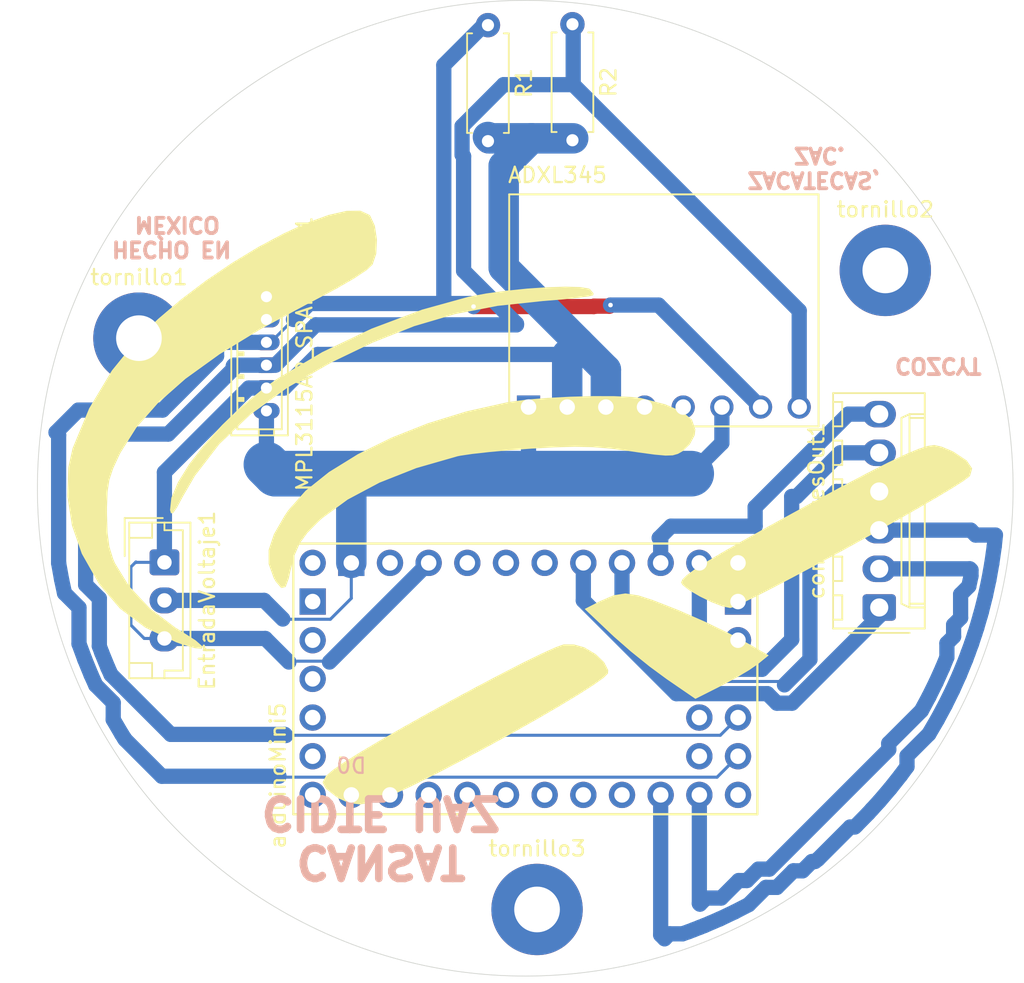
<source format=kicad_pcb>
(kicad_pcb (version 20240108) (generator "pcbnew") (generator_version "8.0")
  (layers (0 "F.Cu" signal) (31 "B.Cu" signal) (34 "B.Paste" user) (35 "F.Paste" user) (36 "B.SilkS" user "B.Silkscreen") (37 "F.SilkS" user "F.Silkscreen") (38 "B.Mask" user) (39 "F.Mask" user) (44 "Edge.Cuts" user))
  (net 0 "")
  (net 1 "+3.3V")
  (net 2 "GND")
  (net 3 "Net-(ADXL345-SCL)")
  (net 4 "Net-(ADXL345-SDA)")
  (net 7 "sckRadio")
  (net 9 "pata2tmp36gz")
  (net 11 "csnRadio")
  (net 21 "ceRadio")
  (net 23 "mosiRadio")
  (net 25 "misoRadio")
  (footprint "arduino-library:Arduino_Mini_Socket" (layer "F.Cu") (at 172.72 115.57 90)
    (property "Reference" "arduinoMini5" (at 2.54 -31.496 90) (layer "F.SilkS"))
    (property "Value" "Arduino_101_Shield")
    (fp_line (start 17.78 -30.48) (end 17.78 0) (stroke (width 0.15)) (layer "F.SilkS"))
    (fp_line (start 0 -30.48) (end 17.78 -30.48) (stroke (width 0.15)) (layer "F.SilkS"))
    (fp_line (start 17.78 0) (end 0 0) (stroke (width 0.15)) (layer "F.SilkS"))
    (fp_line (start 0 0) (end 0 -30.48) (stroke (width 0.15)) (layer "F.SilkS"))
    (fp_text user "D0" (at 3.175 -26.67 0) (layer "B.SilkS") (effects (justify mirror)))
    (fp_text user "D0" (at 3.175 -26.67 0) (layer "F.SilkS"))
    (pad "5V1" thru_hole circle (at 16.51 -21.59 90) (size 1.7272 1.7272) (drill 1.016) (layers "*.Cu" "*.Mask") (net 1 "+3.3V"))
    (pad "5V2" thru_hole circle (at 11.43 -29.21 90) (size 1.7272 1.7272) (drill 1.016) (layers "*.Cu" "*.Mask"))
    (pad "5V3" thru_hole circle (at 11.43 -1.27 90) (size 1.7272 1.7272) (drill 1.016) (layers "*.Cu" "*.Mask"))
    (pad "A0" thru_hole circle (at 16.51 -11.43 90) (size 1.7272 1.7272) (drill 1.016) (layers "*.Cu" "*.Mask") (net 9 "pata2tmp36gz"))
    (pad "A1" thru_hole circle (at 16.51 -13.97 90) (size 1.7272 1.7272) (drill 1.016) (layers "*.Cu" "*.Mask"))
    (pad "A2" thru_hole circle (at 16.51 -16.51 90) (size 1.7272 1.7272) (drill 1.016) (layers "*.Cu" "*.Mask"))
    (pad "A3" thru_hole circle (at 16.51 -19.05 90) (size 1.7272 1.7272) (drill 1.016) (layers "*.Cu" "*.Mask"))
    (pad "A4" thru_hole circle (at 3.81 -1.27 90) (size 1.7272 1.7272) (drill 1.016) (layers "*.Cu" "*.Mask") (net 4 "Net-(ADXL345-SDA)"))
    (pad "A5" thru_hole circle (at 6.35 -1.27 90) (size 1.7272 1.7272) (drill 1.016) (layers "*.Cu" "*.Mask") (net 3 "Net-(ADXL345-SCL)"))
    (pad "A6" thru_hole circle (at 3.81 -3.81 90) (size 1.7272 1.7272) (drill 1.016) (layers "*.Cu" "*.Mask"))
    (pad "A7" thru_hole circle (at 6.35 -3.81 90) (size 1.7272 1.7272) (drill 1.016) (layers "*.Cu" "*.Mask"))
    (pad "D0" thru_hole circle (at 1.27 -26.67 90) (size 1.7272 1.7272) (drill 1.016) (layers "*.Cu" "*.Mask"))
    (pad "D1" thru_hole circle (at 1.27 -29.21 90) (size 1.7272 1.7272) (drill 1.016) (layers "*.Cu" "*.Mask"))
    (pad "D2" thru_hole circle (at 1.27 -19.05 90) (size 1.7272 1.7272) (drill 1.016) (layers "*.Cu" "*.Mask"))
    (pad "D3" thru_hole circle (at 1.27 -16.51 90) (size 1.7272 1.7272) (drill 1.016) (layers "*.Cu" "*.Mask"))
    (pad "D4" thru_hole circle (at 1.27 -13.97 90) (size 1.7272 1.7272) (drill 1.016) (layers "*.Cu" "*.Mask"))
    (pad "D5" thru_hole circle (at 1.27 -11.43 90) (size 1.7272 1.7272) (drill 1.016) (layers "*.Cu" "*.Mask"))
    (pad "D6" thru_hole circle (at 1.27 -8.89 90) (size 1.7272 1.7272) (drill 1.016) (layers "*.Cu" "*.Mask"))
    (pad "D7" thru_hole circle (at 1.27 -6.35 90) (size 1.7272 1.7272) (drill 1.016) (layers "*.Cu" "*.Mask") (net 11 "csnRadio"))
    (pad "D8" thru_hole circle (at 1.27 -3.81 90) (size 1.7272 1.7272) (drill 1.016) (layers "*.Cu" "*.Mask") (net 21 "ceRadio"))
    (pad "D9" thru_hole circle (at 1.27 -1.27 90) (size 1.7272 1.7272) (drill 1.016) (layers "*.Cu" "*.Mask"))
    (pad "D10" thru_hole circle (at 16.51 -1.27 90) (size 1.7272 1.7272) (drill 1.016) (layers "*.Cu" "*.Mask"))
    (pad "D11" thru_hole circle (at 16.51 -3.81 90) (size 1.7272 1.7272) (drill 1.016) (layers "*.Cu" "*.Mask") (net 23 "mosiRadio"))
    (pad "D12" thru_hole circle (at 16.51 -6.35 90) (size 1.7272 1.7272) (drill 1.016) (layers "*.Cu" "*.Mask") (net 25 "misoRadio"))
    (pad "D13" thru_hole circle (at 16.51 -8.89 90) (size 1.7272 1.7272) (drill 1.016) (layers "*.Cu" "*.Mask") (net 7 "sckRadio"))
    (pad "GND2" thru_hole rect (at 16.51 -26.67 90) (size 1.7272 1.7272) (drill 1.016) (layers "*.Cu" "*.Mask") (net 2 "GND"))
    (pad "GND3" thru_hole rect (at 13.97 -29.21 90) (size 1.7272 1.7272) (drill 1.016) (layers "*.Cu" "*.Mask"))
    (pad "GND4" thru_hole rect (at 13.97 -1.27 90) (size 1.7272 1.7272) (drill 1.016) (layers "*.Cu" "*.Mask"))
    (pad "L0" thru_hole circle (at 1.27 -24.13 90) (size 1.7272 1.7272) (drill 1.016) (layers "*.Cu" "*.Mask"))
    (pad "L1" thru_hole circle (at 1.27 -21.59 90) (size 1.7272 1.7272) (drill 1.016) (layers "*.Cu" "*.Mask"))
    (pad "L2" thru_hole circle (at 3.81 -29.21 90) (size 1.7272 1.7272) (drill 1.016) (layers "*.Cu" "*.Mask"))
    (pad "RST2" thru_hole circle (at 16.51 -24.13 90) (size 1.7272 1.7272) (drill 1.016) (layers "*.Cu" "*.Mask"))
    (pad "RX" thru_hole circle (at 8.89 -29.21 90) (size 1.7272 1.7272) (drill 1.016) (layers "*.Cu" "*.Mask"))
    (pad "TX" thru_hole circle (at 6.35 -29.21 90) (size 1.7272 1.7272) (drill 1.016) (layers "*.Cu" "*.Mask"))
    (pad "VIN" thru_hole circle (at 16.51 -29.21 90) (size 1.7272 1.7272) (drill 1.016) (layers "*.Cu" "*.Mask"))
  )
  (footprint "Connector_JST:JST_ZH_B6B-ZR_1x06_P1.50mm_Vertical" (layer "F.Cu") (at 140.475 81.575 -90)
    (property "Reference" "MPL3115A2_SPARKFUN1" (at 3.75 -2.5 -90) (layer "F.SilkS"))
    (property "Value" "Conn_01x06_Socket")
    (fp_line (start -1.61 2.31) (end 9.11 2.31) (stroke (width 0.12)) (layer "F.SilkS"))
    (fp_line (start 9.11 2.31) (end 9.11 -1.41) (stroke (width 0.12)) (layer "F.SilkS"))
    (fp_line (start -1.21 1.91) (end 8.71 1.91) (stroke (width 0.12)) (layer "F.SilkS"))
    (fp_line (start 0.65 1.91) (end 0.65 1.51) (stroke (width 0.12)) (layer "F.SilkS"))
    (fp_line (start 0.75 1.91) (end 0.75 1.51) (stroke (width 0.12)) (layer "F.SilkS"))
    (fp_line (start 2.15 1.91) (end 2.15 1.51) (stroke (width 0.12)) (layer "F.SilkS"))
    (fp_line (start 2.25 1.91) (end 2.25 1.51) (stroke (width 0.12)) (layer "F.SilkS"))
    (fp_line (start 3.65 1.91) (end 3.65 1.51) (stroke (width 0.12)) (layer "F.SilkS"))
    (fp_line (start 3.75 1.91) (end 3.75 1.51) (stroke (width 0.12)) (layer "F.SilkS"))
    (fp_line (start 5.15 1.91) (end 5.15 1.51) (stroke (width 0.12)) (layer "F.SilkS"))
    (fp_line (start 5.25 1.91) (end 5.25 1.51) (stroke (width 0.12)) (layer "F.SilkS"))
    (fp_line (start 6.65 1.91) (end 6.65 1.51) (stroke (width 0.12)) (layer "F.SilkS"))
    (fp_line (start 6.75 1.91) (end 6.75 1.51) (stroke (width 0.12)) (layer "F.SilkS"))
    (fp_line (start 8.71 1.91) (end 8.71 -1.01) (stroke (width 0.12)) (layer "F.SilkS"))
    (fp_line (start 0.65 1.51) (end 0.85 1.51) (stroke (width 0.12)) (layer "F.SilkS"))
    (fp_line (start 0.85 1.51) (end 0.85 1.91) (stroke (width 0.12)) (layer "F.SilkS"))
    (fp_line (start 2.15 1.51) (end 2.35 1.51) (stroke (width 0.12)) (layer "F.SilkS"))
    (fp_line (start 2.35 1.51) (end 2.35 1.91) (stroke (width 0.12)) (layer "F.SilkS"))
    (fp_line (start 3.65 1.51) (end 3.85 1.51) (stroke (width 0.12)) (layer "F.SilkS"))
    (fp_line (start 3.85 1.51) (end 3.85 1.91) (stroke (width 0.12)) (layer "F.SilkS"))
    (fp_line (start 5.15 1.51) (end 5.35 1.51) (stroke (width 0.12)) (layer "F.SilkS"))
    (fp_line (start 5.35 1.51) (end 5.35 1.91) (stroke (width 0.12)) (layer "F.SilkS"))
    (fp_line (start 6.65 1.51) (end 6.85 1.51) (stroke (width 0.12)) (layer "F.SilkS"))
    (fp_line (start 6.85 1.51) (end 6.85 1.91) (stroke (width 0.12)) (layer "F.SilkS"))
    (fp_line (start -1.61 0.5) (end -1.21 0.5) (stroke (width 0.12)) (layer "F.SilkS"))
    (fp_line (start 9.11 0.5) (end 8.71 0.5) (stroke (width 0.12)) (layer "F.SilkS"))
    (fp_line (start -1.61 -0.5) (end -1.21 -0.5) (stroke (width 0.12)) (layer "F.SilkS"))
    (fp_line (start 9.11 -0.5) (end 8.71 -0.5) (stroke (width 0.12)) (layer "F.SilkS"))
    (fp_line (start -1.21 -1.01) (end -1.21 1.91) (stroke (width 0.12)) (layer "F.SilkS"))
    (fp_line (start 8.71 -1.01) (end -1.21 -1.01) (stroke (width 0.12)) (layer "F.SilkS"))
    (fp_line (start -1.61 -1.41) (end -1.61 2.31) (stroke (width 0.12)) (layer "F.SilkS"))
    (fp_line (start -0.3 -1.41) (end -0.3 -1.61) (stroke (width 0.12)) (layer "F.SilkS"))
    (fp_line (start 9.11 -1.41) (end -1.61 -1.41) (stroke (width 0.12)) (layer "F.SilkS"))
    (fp_line (start -0.3 -1.51) (end -0.6 -1.51) (stroke (width 0.12)) (layer "F.SilkS"))
    (fp_line (start -1.81 -1.61) (end -1.81 -0.81) (stroke (width 0.12)) (layer "F.SilkS"))
    (fp_line (start -1.01 -1.61) (end -1.81 -1.61) (stroke (width 0.12)) (layer "F.SilkS"))
    (fp_line (start -0.6 -1.61) (end -0.6 -1.41) (stroke (width 0.12)) (layer "F.SilkS"))
    (fp_line (start -0.3 -1.61) (end -0.6 -1.61) (stroke (width 0.12)) (layer "F.SilkS"))
    (pad "1" thru_hole roundrect (at 0 0 270) (size 1.03 1.73) (drill 0.73) (layers "*.Cu" "*.Mask") (roundrect_rratio 0.242718))
    (pad "2" thru_hole oval (at 1.5 0 270) (size 1.03 1.73) (drill 0.73) (layers "*.Cu" "*.Mask"))
    (pad "3" thru_hole oval (at 3 0 270) (size 1.03 1.73) (drill 0.73) (layers "*.Cu" "*.Mask") (net 4 "Net-(ADXL345-SDA)"))
    (pad "4" thru_hole oval (at 4.5 0 270) (size 1.03 1.73) (drill 0.73) (layers "*.Cu" "*.Mask") (net 3 "Net-(ADXL345-SCL)"))
    (pad "5" thru_hole oval (at 6 0 270) (size 1.03 1.73) (drill 0.73) (layers "*.Cu" "*.Mask") (net 1 "+3.3V"))
    (pad "6" thru_hole oval (at 7.5 0 270) (size 1.03 1.73) (drill 0.73) (layers "*.Cu" "*.Mask") (net 2 "GND"))
  )
  (footprint "MountingHole:MountingHole_3mm_Pad" (layer "F.Cu") (at 181.125 79.85)
    (property "Reference" "tornillo2" (at 0 -4 0) (layer "F.SilkS"))
    (property "Value" "MountingHole_3mm_Pad")
    (pad "2" thru_hole circle (at 0 0) (size 6 6) (drill 3) (layers "*.Cu" "*.Mask"))
  )
  (footprint "adxl345:MODULE_SEN-09836" (layer "F.Cu") (at 166.58 82.475)
    (property "Reference" "ADXL345" (at -6.985 -8.885 0) (layer "F.SilkS"))
    (property "Value" "SEN-09836")
    (fp_line (start -10.16 -7.62) (end -10.16 7.62) (stroke (width 0.127)) (layer "F.SilkS"))
    (fp_line (start -10.16 7.62) (end 10.16 7.62) (stroke (width 0.127)) (layer "F.SilkS"))
    (fp_line (start 10.16 -7.62) (end -10.16 -7.62) (stroke (width 0.127)) (layer "F.SilkS"))
    (fp_line (start 10.16 7.62) (end 10.16 -7.62) (stroke (width 0.127)) (layer "F.SilkS"))
    (fp_circle (center -8.89 8.25) (end -8.79 8.25) (stroke (width 0.2)) (fill none) (layer "F.SilkS"))
    (pad "" np_thru_hole circle (at -7.62 -5.08) (size 3.302 3.302) (drill 3.302) (layers "*.Cu" "*.Mask"))
    (pad "" np_thru_hole circle (at 7.62 -5.08) (size 3.302 3.302) (drill 3.302) (layers "*.Cu" "*.Mask"))
    (pad "1" thru_hole rect (at -8.89 6.35) (size 1.524 1.524) (drill 1.016) (layers "*.Cu" "*.Mask") (net 2 "GND"))
    (pad "2" thru_hole circle (at -6.35 6.35) (size 1.524 1.524) (drill 1.016) (layers "*.Cu" "*.Mask") (net 1 "+3.3V"))
    (pad "3" thru_hole circle (at -3.81 6.35) (size 1.524 1.524) (drill 1.016) (layers "*.Cu" "*.Mask") (net 1 "+3.3V"))
    (pad "4" thru_hole circle (at -1.27 6.35) (size 1.524 1.524) (drill 1.016) (layers "*.Cu" "*.Mask"))
    (pad "5" thru_hole circle (at 1.27 6.35) (size 1.524 1.524) (drill 1.016) (layers "*.Cu" "*.Mask"))
    (pad "6" thru_hole circle (at 3.81 6.35) (size 1.524 1.524) (drill 1.016) (layers "*.Cu" "*.Mask") (net 2 "GND"))
    (pad "7" thru_hole circle (at 6.35 6.35) (size 1.524 1.524) (drill 1.016) (layers "*.Cu" "*.Mask") (net 4 "Net-(ADXL345-SDA)"))
    (pad "8" thru_hole circle (at 8.89 6.35) (size 1.524 1.524) (drill 1.016) (layers "*.Cu" "*.Mask") (net 3 "Net-(ADXL345-SCL)"))
  )
  (footprint "Resistor_THT:R_Axial_DIN0207_L6.3mm_D2.5mm_P7.62mm_Horizontal" (layer "F.Cu") (at 155.025 63.74 -90)
    (property "Reference" "R1" (at 3.81 -2.37 90) (layer "F.SilkS"))
    (property "Value" "1k ohm")
    (fp_line (start 0.54 1.37) (end 7.08 1.37) (stroke (width 0.12)) (layer "F.SilkS"))
    (fp_line (start 7.08 1.37) (end 7.08 1.04) (stroke (width 0.12)) (layer "F.SilkS"))
    (fp_line (start 0.54 1.04) (end 0.54 1.37) (stroke (width 0.12)) (layer "F.SilkS"))
    (fp_line (start 0.54 -1.04) (end 0.54 -1.37) (stroke (width 0.12)) (layer "F.SilkS"))
    (fp_line (start 0.54 -1.37) (end 7.08 -1.37) (stroke (width 0.12)) (layer "F.SilkS"))
    (fp_line (start 7.08 -1.37) (end 7.08 -1.04) (stroke (width 0.12)) (layer "F.SilkS"))
    (pad "1" thru_hole circle (at 0 0 270) (size 1.6 1.6) (drill 0.8) (layers "*.Cu" "*.Mask") (net 4 "Net-(ADXL345-SDA)"))
    (pad "2" thru_hole oval (at 7.62 0 270) (size 1.6 1.6) (drill 0.8) (layers "*.Cu" "*.Mask") (net 1 "+3.3V"))
  )
  (footprint "MountingHole:MountingHole_3mm_Pad" (layer "F.Cu") (at 158.25 121.825)
    (property "Reference" "tornillo3" (at 0 -4 0) (layer "F.SilkS"))
    (property "Value" "MountingHole_3mm_Pad")
    (pad "3" thru_hole circle (at 0 0) (size 6 6) (drill 3) (layers "*.Cu" "*.Mask"))
  )
  (footprint "MountingHole:MountingHole_3mm_Pad" (layer "F.Cu") (at 132.1 84.3)
    (property "Reference" "tornillo1" (at 0 -4 0) (layer "F.SilkS"))
    (property "Value" "MountingHole_3mm_Pad")
    (pad "1" thru_hole circle (at 0 0) (size 6 6) (drill 3) (layers "*.Cu" "*.Mask"))
  )
  (footprint "Resistor_THT:R_Axial_DIN0207_L6.3mm_D2.5mm_P7.62mm_Horizontal" (layer "F.Cu") (at 160.575 63.68 -90)
    (property "Reference" "R2" (at 3.81 -2.37 90) (layer "F.SilkS"))
    (property "Value" "1k ohm")
    (fp_line (start 0.54 1.37) (end 7.08 1.37) (stroke (width 0.12)) (layer "F.SilkS"))
    (fp_line (start 7.08 1.37) (end 7.08 1.04) (stroke (width 0.12)) (layer "F.SilkS"))
    (fp_line (start 0.54 1.04) (end 0.54 1.37) (stroke (width 0.12)) (layer "F.SilkS"))
    (fp_line (start 0.54 -1.04) (end 0.54 -1.37) (stroke (width 0.12)) (layer "F.SilkS"))
    (fp_line (start 0.54 -1.37) (end 7.08 -1.37) (stroke (width 0.12)) (layer "F.SilkS"))
    (fp_line (start 7.08 -1.37) (end 7.08 -1.04) (stroke (width 0.12)) (layer "F.SilkS"))
    (pad "1" thru_hole circle (at 0 0 270) (size 1.6 1.6) (drill 0.8) (layers "*.Cu" "*.Mask") (net 3 "Net-(ADXL345-SCL)"))
    (pad "2" thru_hole oval (at 7.62 0 270) (size 1.6 1.6) (drill 0.8) (layers "*.Cu" "*.Mask") (net 1 "+3.3V"))
  )
  (footprint "Connector_JST:JST_EH_B3B-EH-A_1x03_P2.50mm_Vertical" (layer "F.Cu") (at 133.775 99.025 -90)
    (property "Reference" "EntradaVoltaje1" (at 2.5 -2.8 90) (layer "F.SilkS"))
    (property "Value" "Conn_01x03_Pin")
    (fp_line (start -2.91 2.61) (end -0.41 2.61) (stroke (width 0.12)) (layer "F.SilkS"))
    (fp_line (start -2.61 2.31) (end 7.61 2.31) (stroke (width 0.12)) (layer "F.SilkS"))
    (fp_line (start 7.61 2.31) (end 7.61 -1.71) (stroke (width 0.12)) (layer "F.SilkS"))
    (fp_line (start -2.61 0.81) (end -1.61 0.81) (stroke (width 0.12)) (layer "F.SilkS"))
    (fp_line (start -1.61 0.81) (end -1.61 2.31) (stroke (width 0.12)) (layer "F.SilkS"))
    (fp_line (start 6.61 0.81) (end 6.61 2.31) (stroke (width 0.12)) (layer "F.SilkS"))
    (fp_line (start 7.61 0.81) (end 6.61 0.81) (stroke (width 0.12)) (layer "F.SilkS"))
    (fp_line (start -2.91 0.11) (end -2.91 2.61) (stroke (width 0.12)) (layer "F.SilkS"))
    (fp_line (start -2.61 0) (end -2.11 0) (stroke (width 0.12)) (layer "F.SilkS"))
    (fp_line (start -2.11 0) (end -2.11 -1.21) (stroke (width 0.12)) (layer "F.SilkS"))
    (fp_line (start 7.11 0) (end 7.61 0) (stroke (width 0.12)) (layer "F.SilkS"))
    (fp_line (start -2.11 -1.21) (end 7.11 -1.21) (stroke (width 0.12)) (layer "F.SilkS"))
    (fp_line (start 7.11 -1.21) (end 7.11 0) (stroke (width 0.12)) (layer "F.SilkS"))
    (fp_line (start -2.61 -1.71) (end -2.61 2.31) (stroke (width 0.12)) (layer "F.SilkS"))
    (fp_line (start 7.61 -1.71) (end -2.61 -1.71) (stroke (width 0.12)) (layer "F.SilkS"))
    (pad "1" thru_hole roundrect (at 0 0 270) (size 1.7 1.95) (drill 0.95) (layers "*.Cu" "*.Mask") (roundrect_rratio 0.147059) (net 1 "+3.3V"))
    (pad "2" thru_hole oval (at 2.5 0 270) (size 1.7 1.95) (drill 0.95) (layers "*.Cu" "*.Mask") (net 2 "GND"))
    (pad "3" thru_hole oval (at 5 0 270) (size 1.7 1.95) (drill 0.95) (layers "*.Cu" "*.Mask") (net 1 "+3.3V"))
  )
  (footprint "Images:cidteLogo" (layer "F.Cu") (at 157.25 95.3 180)
    (property "Reference" "G***" (hide yes))
    (property "Value" "LOGO" (hide yes))
    (fp_poly (pts (xy -9.502662 -11.389193) (xy -8.389718 -10.569948) (xy -7.162892 -9.581691) (xy -6.054737 -8.61322) (xy -5.865606 -8.436423) (xy -4.12768 -6.787551) (xy -5.166665 -6.257501) (xy -6.031105 -5.886258) (xy -6.797095 -5.766187) (xy -7.651826 -5.893927) (xy -8.591176 -6.196007) (xy -10.25021 -6.844684) (xy -12.006292 -7.612472) (xy -13.656618 -8.407101) (xy -14.803282 -9.022359) (xy -16.216561 -9.834105) (xy -15.516614 -10.401961) (xy -14.942741 -10.798065) (xy -14.096772 -11.30178) (xy -13.156671 -11.807433) (xy -13.10923 -11.831454) (xy -11.401794 -12.693093)) (fill solid) (layer "F.SilkS"))
    (fp_poly (pts (xy 11.333219 -19.545091) (xy 12.003637 -19.24348) (xy 12.208192 -19.112255) (xy 12.870029 -18.595515) (xy 13.088528 -18.178965) (xy 12.875038 -17.759563) (xy 12.401903 -17.353546) (xy 11.686465 -16.862207) (xy 10.640484 -16.209626) (xy 9.33325 -15.433504) (xy 7.834057 -14.571545) (xy 6.212196 -13.661452) (xy 4.53696 -12.740928) (xy 2.877641 -11.847675) (xy 1.303531 -11.019396) (xy -0.116077 -10.293795) (xy -1.311892 -9.708574) (xy -2.214621 -9.301437) (xy -2.743851 -9.112517) (xy -3.413383 -9.114431) (xy -4.108823 -9.308308) (xy -4.855798 -9.755372) (xy -5.412628 -10.294176) (xy -5.674082 -10.808066) (xy -5.658549 -11.026255) (xy -5.382329 -11.302773) (xy -4.722163 -11.773162) (xy -3.737041 -12.403584) (xy -2.485951 -13.1602) (xy -1.027884 -14.009171) (xy 0.578171 -14.91666) (xy 2.273226 -15.848828) (xy 3.99829 -16.771836) (xy 5.694374 -17.651846) (xy 7.230328 -18.419773) (xy 8.652843 -19.076409) (xy 9.749626 -19.474327) (xy 10.612483 -19.626297)) (fill solid) (layer "F.SilkS"))
    (fp_poly (pts (xy 23.107603 -0.292085) (xy 23.019488 0.519439) (xy 22.578 1.551621) (xy 21.837004 2.73841) (xy 20.850362 4.013754) (xy 19.671939 5.311603) (xy 18.355596 6.565905) (xy 16.955198 7.710609) (xy 16.07479 8.332068) (xy 13.10615 10.085836) (xy 9.870703 11.625441) (xy 6.542939 12.876128) (xy 3.505105 13.71739) (xy 2.353994 13.93381) (xy 1.037249 14.115316) (xy -0.340908 14.255291) (xy -1.67625 14.347119) (xy -2.864555 14.384184) (xy -3.801599 14.359869) (xy -4.383157 14.267559) (xy -4.475141 14.223979) (xy -4.711301 13.942119) (xy -4.686152 13.816871) (xy -4.391815 13.741303) (xy -3.700318 13.647111) (xy -2.71163 13.545762) (xy -1.525721 13.448724) (xy -1.394538 13.439302) (xy 1.594499 13.120969) (xy 4.367089 12.584636) (xy 7.062466 11.789946) (xy 9.81986 10.696547) (xy 12.482013 9.417369) (xy 15.398686 7.746268) (xy 17.851436 5.961791) (xy 19.866172 4.040618) (xy 21.468799 1.959426) (xy 22.237517 0.635476) (xy 22.652114 -0.132291) (xy 22.906661 -0.49568) (xy 23.047158 -0.503728)) (fill solid) (layer "F.SilkS"))
    (fp_poly (pts (xy -13.16128 -6.614528) (xy -12.447499 -6.336342) (xy -11.681822 -5.962199) (xy -11.005283 -5.565324) (xy -10.558915 -5.218945) (xy -10.458823 -5.049933) (xy -10.544754 -4.850016) (xy -10.825918 -4.572023) (xy -11.337374 -4.194422) (xy -12.114182 -3.695685) (xy -13.191401 -3.054281) (xy -14.60409 -2.24868) (xy -16.387309 -1.257352) (xy -18.576116 -0.058766) (xy -18.666455 -0.009554) (xy -20.839974 1.164891) (xy -22.623819 2.106446) (xy -24.05799 2.834067) (xy -25.182482 3.366708) (xy -26.037294 3.723325) (xy -26.662423 3.922873) (xy -27.093986 3.984314) (xy -27.588393 3.870807) (xy -28.253113 3.591168) (xy -28.379284 3.525855) (xy -29.223749 2.961441) (xy -29.579908 2.438223) (xy -29.444532 1.961469) (xy -29.380093 1.892796) (xy -28.981497 1.597482) (xy -28.220905 1.115557) (xy -27.16095 0.481401) (xy -25.864264 -0.270609) (xy -24.39348 -1.106095) (xy -22.81123 -1.990679) (xy -21.180146 -2.889984) (xy -19.562861 -3.769632) (xy -18.022007 -4.595245) (xy -16.620217 -5.332445) (xy -15.420123 -5.946855) (xy -14.484357 -6.404096) (xy -13.875553 -6.66979) (xy -13.682132 -6.723529)) (fill solid) (layer "F.SilkS"))
    (fp_poly (pts (xy 16.169957 -4.985672) (xy 16.30439 -4.743739) (xy 16.630602 -3.834295) (xy 16.631811 -2.910209) (xy 16.288205 -1.880949) (xy 15.579974 -0.655983) (xy 15.329423 -0.288185) (xy 14.21095 0.973013) (xy 12.665767 2.208094) (xy 10.765125 3.382275) (xy 8.580277 4.460776) (xy 6.182475 5.408812) (xy 3.642973 6.191604) (xy 1.033022 6.774368) (xy 0.765433 6.821236) (xy -0.336371 6.965169) (xy -1.698235 7.077732) (xy -3.191624 7.155361) (xy -4.688001 7.19449) (xy -6.058831 7.191554) (xy -7.175578 7.142985) (xy -7.844118 7.060074) (xy -9.420641 6.654673) (xy -10.523964 6.186369) (xy -11.176679 5.639491) (xy -11.401382 4.998369) (xy -11.356894 4.6238) (xy -11.033009 4.021744) (xy -10.563118 3.57464) (xy -10.252703 3.398332) (xy -9.91208 3.302356) (xy -9.435813 3.286564) (xy -8.718463 3.350806) (xy -7.654592 3.494933) (xy -7.143052 3.569801) (xy -5.847885 3.740556) (xy -4.687245 3.837518) (xy -3.498934 3.865018) (xy -2.120751 3.827384) (xy -0.622549 3.743855) (xy 0.794291 3.640767) (xy 2.128716 3.519925) (xy 3.256859 3.394194) (xy 4.054855 3.276441) (xy 4.233333 3.23947) (xy 6.92381 2.467485) (xy 9.348369 1.509521) (xy 11.435936 0.399021) (xy 13.115437 -0.830575) (xy 13.362666 -1.056043) (xy 14.092002 -1.798559) (xy 14.584941 -2.479126) (xy 14.927818 -3.263606) (xy 15.206969 -4.317866) (xy 15.308128 -4.793627) (xy 15.514535 -5.348006) (xy 15.803024 -5.41196)) (fill solid) (layer "F.SilkS"))
    (fp_poly (pts (xy 21.486379 -9.361878) (xy 22.38602 -9.089315) (xy 22.710871 -8.971164) (xy 24.731566 -8.013492) (xy 26.396431 -6.762286) (xy 27.767632 -5.159189) (xy 28.900398 -3.160679) (xy 29.549637 -1.315324) (xy 29.851217 0.622032) (xy 29.791931 2.501667) (xy 29.510803 3.758691) (xy 28.420091 6.383615) (xy 26.926016 8.873089) (xy 25.269439 10.914374) (xy 23.903158 12.251685) (xy 22.37004 13.556487) (xy 20.72422 14.80001) (xy 19.019833 15.953487) (xy 17.311013 16.988149) (xy 15.651893 17.875228) (xy 14.096609 18.585955) (xy 12.699294 19.091562) (xy 11.514082 19.363281) (xy 10.595108 19.372343) (xy 9.996506 19.089981) (xy 9.960671 19.049864) (xy 9.650814 18.379339) (xy 9.513944 17.466464) (xy 9.561093 16.53986) (xy 9.803291 15.828147) (xy 9.805089 15.825393) (xy 10.206234 15.455968) (xy 11.016778 14.917988) (xy 12.188916 14.240411) (xy 13.674845 13.45219) (xy 13.978626 13.297411) (xy 17.146981 11.599412) (xy 19.843696 9.949666) (xy 22.090793 8.330548) (xy 23.910295 6.724434) (xy 25.324226 5.1137) (xy 26.354608 3.480722) (xy 26.428037 3.33459) (xy 26.842439 2.436867) (xy 27.088376 1.694719) (xy 27.208872 0.908677) (xy 27.24695 -0.120727) (xy 27.248688 -0.470214) (xy 27.213852 -1.74493) (xy 27.086374 -2.69921) (xy 26.838644 -3.506396) (xy 26.721704 -3.779039) (xy 25.790318 -5.294869) (xy 24.440832 -6.732842) (xy 22.75317 -8.011408) (xy 22.302743 -8.287805) (xy 21.419839 -8.85322) (xy 20.995002 -9.229955) (xy 21.019944 -9.404133)) (fill solid) (layer "F.SilkS"))
  )
  (footprint "Connector_Molex:Molex_KK-254_AE-6410-06A_1x06_P2.54mm_Vertical" (layer "F.Cu") (at 180.725 101.99 90)
    (property "Reference" "conectoresOut1" (at 6.35 -4.12 90) (layer "F.SilkS"))
    (property "Value" "Conn_01x06_Pin")
    (fp_line (start 14.08 -3.03) (end -1.38 -3.03) (stroke (width 0.12)) (layer "F.SilkS"))
    (fp_line (start 11.9 -3.03) (end 11.9 -2.43) (stroke (width 0.12)) (layer "F.SilkS"))
    (fp_line (start 9.36 -3.03) (end 9.36 -2.43) (stroke (width 0.12)) (layer "F.SilkS"))
    (fp_line (start 6.82 -3.03) (end 6.82 -2.43) (stroke (width 0.12)) (layer "F.SilkS"))
    (fp_line (start 4.28 -3.03) (end 4.28 -2.43) (stroke (width 0.12)) (layer "F.SilkS"))
    (fp_line (start 1.74 -3.03) (end 1.74 -2.43) (stroke (width 0.12)) (layer "F.SilkS"))
    (fp_line (start -0.8 -3.03) (end -0.8 -2.43) (stroke (width 0.12)) (layer "F.SilkS"))
    (fp_line (start -1.38 -3.03) (end -1.38 2.99) (stroke (width 0.12)) (layer "F.SilkS"))
    (fp_line (start 13.5 -2.43) (end 13.5 -3.03) (stroke (width 0.12)) (layer "F.SilkS"))
    (fp_line (start 11.9 -2.43) (end 13.5 -2.43) (stroke (width 0.12)) (layer "F.SilkS"))
    (fp_line (start 10.96 -2.43) (end 10.96 -3.03) (stroke (width 0.12)) (layer "F.SilkS"))
    (fp_line (start 9.36 -2.43) (end 10.96 -2.43) (stroke (width 0.12)) (layer "F.SilkS"))
    (fp_line (start 8.42 -2.43) (end 8.42 -3.03) (stroke (width 0.12)) (layer "F.SilkS"))
    (fp_line (start 6.82 -2.43) (end 8.42 -2.43) (stroke (width 0.12)) (layer "F.SilkS"))
    (fp_line (start 5.88 -2.43) (end 5.88 -3.03) (stroke (width 0.12)) (layer "F.SilkS"))
    (fp_line (start 4.28 -2.43) (end 5.88 -2.43) (stroke (width 0.12)) (layer "F.SilkS"))
    (fp_line (start 3.34 -2.43) (end 3.34 -3.03) (stroke (width 0.12)) (layer "F.SilkS"))
    (fp_line (start 1.74 -2.43) (end 3.34 -2.43) (stroke (width 0.12)) (layer "F.SilkS"))
    (fp_line (start 0.8 -2.43) (end 0.8 -3.03) (stroke (width 0.12)) (layer "F.SilkS"))
    (fp_line (start -0.8 -2.43) (end 0.8 -2.43) (stroke (width 0.12)) (layer "F.SilkS"))
    (fp_line (start -1.67 -2) (end -1.67 2) (stroke (width 0.12)) (layer "F.SilkS"))
    (fp_line (start 12.45 1.46) (end 12.7 1.99) (stroke (width 0.12)) (layer "F.SilkS"))
    (fp_line (start 0.25 1.46) (end 12.45 1.46) (stroke (width 0.12)) (layer "F.SilkS"))
    (fp_line (start 12.7 1.99) (end 12.7 2.99) (stroke (width 0.12)) (layer "F.SilkS"))
    (fp_line (start 0 1.99) (end 0.25 1.46) (stroke (width 0.12)) (layer "F.SilkS"))
    (fp_line (start 0 1.99) (end 12.7 1.99) (stroke (width 0.12)) (layer "F.SilkS"))
    (fp_line (start 14.08 2.99) (end 14.08 -3.03) (stroke (width 0.12)) (layer "F.SilkS"))
    (fp_line (start 12.45 2.99) (end 12.45 1.99) (stroke (width 0.12)) (layer "F.SilkS"))
    (fp_line (start 0.25 2.99) (end 0.25 1.99) (stroke (width 0.12)) (layer "F.SilkS"))
    (fp_line (start 0 2.99) (end 0 1.99) (stroke (width 0.12)) (layer "F.SilkS"))
    (fp_line (start -1.38 2.99) (end 14.08 2.99) (stroke (width 0.12)) (layer "F.SilkS"))
    (pad "1" thru_hole roundrect (at 0 0 90) (size 1.74 2.19) (drill 1.19) (layers "*.Cu" "*.Mask") (roundrect_rratio 0.143678) (net 9 "pata2tmp36gz"))
    (pad "2" thru_hole oval (at 2.54 0 90) (size 1.74 2.19) (drill 1.19) (layers "*.Cu" "*.Mask") (net 21 "ceRadio"))
    (pad "3" thru_hole oval (at 5.08 0 90) (size 1.74 2.19) (drill 1.19) (layers "*.Cu" "*.Mask") (net 11 "csnRadio"))
    (pad "4" thru_hole oval (at 7.62 0 90) (size 1.74 2.19) (drill 1.19) (layers "*.Cu" "*.Mask") (net 7 "sckRadio"))
    (pad "5" thru_hole oval (at 10.16 0 90) (size 1.74 2.19) (drill 1.19) (layers "*.Cu" "*.Mask") (net 23 "mosiRadio"))
    (pad "6" thru_hole oval (at 12.7 0 90) (size 1.74 2.19) (drill 1.19) (layers "*.Cu" "*.Mask") (net 25 "misoRadio"))
  )
  (gr_circle (center 157.475 94.156826) (end 179.525 117.406826) (stroke (width 0.05)) (fill none) (layer "Edge.Cuts"))
  (gr_text "HECHO EN \nMÉXICO" (at 134.625 77.65 180) (layer "B.SilkS") (effects (font (size 1 1) (thickness 0.25) (bold yes)) (justify mirror)))
  (gr_text "ZACATECAS, \nZAC.\n" (at 176.8 73.1 180) (layer "B.SilkS") (effects (font (size 1 1) (thickness 0.25) (bold yes)) (justify mirror)))
  (gr_text "COZCYT" (at 181.625 85.525 180) (layer "B.SilkS") (effects (font (size 1 1) (thickness 0.25) (bold yes)) (justify left bottom mirror)))
  (gr_text "CANSAT\nCIDTE UAZ" (at 148 117.075 180) (layer "B.SilkS") (effects (font (size 2 2) (thickness 0.5) (bold yes)) (justify mirror)))
  (segment (start 160.23 85.37) (end 143.845 85.37) (width 1) (layer "B.Cu") (net 1))
  (segment (start 161 84.6) (end 160.23 85.37) (width 1) (layer "B.Cu") (net 1))
  (segment (start 162.77 86.37) (end 162.77 88.825) (width 2) (layer "B.Cu") (net 1))
  (segment (start 139.31 87.575) (end 133.775 93.11) (width 1) (layer "B.Cu") (net 1))
  (segment (start 133.775 104.025) (end 132.45 104.025) (width 0.2) (layer "B.Cu") (net 1))
  (segment (start 160.23 85.37) (end 160.23 88.825) (width 2) (layer "B.Cu") (net 1))
  (segment (start 133.775 93.11) (end 133.775 99.025) (width 1) (layer "B.Cu") (net 1))
  (segment (start 155.115 71.175) (end 155.025 71.085) (width 2) (layer "B.Cu") (net 1))
  (segment (start 157.875 71.175) (end 156.059 72.991) (width 2) (layer "B.Cu") (net 1))
  (segment (start 140.4 104.025) (end 133.775 104.025) (width 1) (layer "B.Cu") (net 1))
  (segment (start 141.95 105.575) (end 140.4 104.025) (width 1) (layer "B.Cu") (net 1))
  (segment (start 142.0086 105.5164) (end 141.95 105.575) (width 0.2) (layer "B.Cu") (net 1))
  (segment (start 143.845 85.37) (end 141.64 87.575) (width 1) (layer "B.Cu") (net 1))
  (segment (start 140.475 87.575) (end 139.31 87.575) (width 1) (layer "B.Cu") (net 1))
  (segment (start 156.059 72.991) (end 156.059 79.659) (width 2) (layer "B.Cu") (net 1))
  (segment (start 161 84.6) (end 162.77 86.37) (width 2) (layer "B.Cu") (net 1))
  (segment (start 131.9 99) (end 131.925 99.025) (width 0.2) (layer "B.Cu") (net 1))
  (segment (start 131.925 99.025) (end 133.775 99.025) (width 0.2) (layer "B.Cu") (net 1))
  (segment (start 157.875 71.175) (end 155.115 71.175) (width 2) (layer "B.Cu") (net 1))
  (segment (start 141.64 87.575) (end 140.475 87.575) (width 1) (layer "B.Cu") (net 1))
  (segment (start 160.625 71.175) (end 157.875 71.175) (width 2) (layer "B.Cu") (net 1))
  (segment (start 151.13 99.06) (end 144.615632 105.574368) (width 1) (layer "B.Cu") (net 1))
  (segment (start 132.45 104.025) (end 131.575 103.15) (width 0.2) (layer "B.Cu") (net 1))
  (segment (start 144.615632 105.574368) (end 144.557664 105.5164) (width 0.2) (layer "B.Cu") (net 1))
  (segment (start 131.575 103.15) (end 131.575 99.325) (width 0.2) (layer "B.Cu") (net 1))
  (segment (start 144.557664 105.5164) (end 142.0086 105.5164) (width 0.2) (layer "B.Cu") (net 1))
  (segment (start 131.575 99.325) (end 131.9 99) (width 0.2) (layer "B.Cu") (net 1))
  (segment (start 156.059 79.659) (end 161 84.6) (width 2) (layer "B.Cu") (net 1))
  (segment (start 146.05 99.06) (end 146.05 101.3872) (width 0.2) (layer "B.Cu") (net 2))
  (segment (start 157.325 93.2) (end 168.375 93.2) (width 3) (layer "B.Cu") (net 2))
  (segment (start 146.15 93.2) (end 157.325 93.2) (width 3) (layer "B.Cu") (net 2))
  (segment (start 146.05 101.3872) (end 144.6736 102.7636) (width 0.2) (layer "B.Cu") (net 2))
  (segment (start 141.55 102.75) (end 140.325 101.525) (width 1) (layer "B.Cu") (net 2))
  (segment (start 157.69 88.825) (end 157.69 92.835) (width 1) (layer "B.Cu") (net 2))
  (segment (start 141.5636 102.7636) (end 141.55 102.75) (width 0.2) (layer "B.Cu") (net 2))
  (segment (start 140.475 92.6) (end 141.075 93.2) (width 3) (layer "B.Cu") (net 2))
  (segment (start 144.6736 102.7636) (end 141.5636 102.7636) (width 0.2) (layer "B.Cu") (net 2))
  (segment (start 146.05 93.3) (end 146.15 93.2) (width 2) (layer "B.Cu") (net 2))
  (segment (start 140.325 101.525) (end 133.775 101.525) (width 1) (layer "B.Cu") (net 2))
  (segment (start 141.075 93.2) (end 146.15 93.2) (width 3) (layer "B.Cu") (net 2))
  (segment (start 140.475 89.075) (end 140.475 92.6) (width 1) (layer "B.Cu") (net 2))
  (segment (start 146.05 99.06) (end 146.05 93.3) (width 2) (layer "B.Cu") (net 2))
  (segment (start 157.69 92.835) (end 157.325 93.2) (width 1) (layer "B.Cu") (net 2))
  (segment (start 168.375 93.2) (end 170.39 91.185) (width 1) (layer "B.Cu") (net 2))
  (segment (start 170.39 91.185) (end 170.39 88.825) (width 1) (layer "B.Cu") (net 2))
  (segment (start 153.425 72.35) (end 153.425 79.875) (width 1) (layer "B.Cu") (net 3))
  (segment (start 128.6 91.05) (end 129.125 90.525) (width 1) (layer "B.Cu") (net 3))
  (segment (start 170.2864 110.3836) (end 141.7664 110.3836) (width 0.2) (layer "B.Cu") (net 3))
  (segment (start 156.055836 67.65) (end 153.325 70.380836) (width 1) (layer "B.Cu") (net 3))
  (segment (start 129.125 90.525) (end 129.2 90.6) (width 1) (layer "B.Cu") (net 3))
  (segment (start 134.191274 110.325) (end 130.267677 106.401403) (width 1) (layer "B.Cu") (net 3))
  (segment (start 141.675 110.325) (end 134.191274 110.325) (width 1) (layer "B.Cu") (net 3))
  (segment (start 138.35 86.075) (end 140.475 86.075) (width 1) (layer "B.Cu") (net 3))
  (segment (start 138.3 86.325) (end 138.3 86.125) (width 1) (layer "B.Cu") (net 3))
  (segment (start 141.7664 110.3836) (end 141.75 110.4) (width 0.2) (layer "B.Cu") (net 3))
  (segment (start 129.5 101.4) (end 128.6 100.5) (width 1) (layer "B.Cu") (net 3))
  (segment (start 160.625 67.65) (end 156.055836 67.65) (width 1) (layer "B.Cu") (net 3))
  (segment (start 130.059583 105.939865) (end 129.660829 104.96502) (width 1) (layer "B.Cu") (net 3))
  (segment (start 129.5 104.528465) (end 129.5 101.4) (width 1) (layer "B.Cu") (net 3))
  (segment (start 153.425 79.875) (end 156.9 83.35) (width 1) (layer "B.Cu") (net 3))
  (segment (start 171.45 109.22) (end 170.2864 110.3836) (width 0.2) (layer "B.Cu") (net 3))
  (segment (start 153.325 72.25) (end 153.425 72.35) (width 1) (layer "B.Cu") (net 3))
  (segment (start 138.3 86.125) (end 138.35 86.075) (width 1) (layer "B.Cu") (net 3))
  (segment (start 128.6 100.5) (end 128.6 91.05) (width 1) (layer "B.Cu") (net 3))
  (segment (start 160.625 63.555) (end 160.625 67.65) (width 1) (layer "B.Cu") (net 3))
  (segment (start 156.9 83.35) (end 156.9 83.425) (width 1) (layer "B.Cu") (net 3))
  (segment (start 130.267677 106.401403) (end 130.059583 105.939865) (width 1) (layer "B.Cu") (net 3))
  (segment (start 141.75 110.4) (end 141.675 110.325) (width 1) (layer "B.Cu") (net 3))
  (segment (start 129.2 90.6) (end 134.025 90.6) (width 1) (layer "B.Cu") (net 3))
  (segment (start 153.325 70.380836) (end 153.325 72.25) (width 1) (layer "B.Cu") (net 3))
  (segment (start 160.625 67.65) (end 175.47 82.495) (width 1) (layer "B.Cu") (net 3))
  (segment (start 156.9 83.425) (end 143.71 83.425) (width 1) (layer "B.Cu") (net 3))
  (segment (start 129.660829 104.96502) (end 129.5 104.528465) (width 1) (layer "B.Cu") (net 3))
  (segment (start 134.025 90.6) (end 138.3 86.325) (width 1) (layer "B.Cu") (net 3))
  (segment (start 141.06 86.075) (end 140.475 86.075) (width 1) (layer "B.Cu") (net 3))
  (segment (start 175.47 82.495) (end 175.47 88.825) (width 1) (layer "B.Cu") (net 3))
  (segment (start 143.71 83.425) (end 141.06 86.075) (width 1) (layer "B.Cu") (net 3))
  (segment (start 163 82.2) (end 163.075 82.125) (width 1) (layer "F.Cu") (net 4))
  (segment (start 161.975 82.225) (end 162 82.2) (width 1) (layer "F.Cu") (net 4))
  (segment (start 154.077944 82.225) (end 161.975 82.225) (width 1) (layer "F.Cu") (net 4))
  (segment (start 162 82.2) (end 163 82.2) (width 1) (layer "F.Cu") (net 4))
  (via (at 163.075 82.125) (size 0.6) (drill 0.3) (layers "F.Cu" "B.Cu") (net 4))
  (via (at 154.077944 82.225) (size 0.6) (drill 0.3) (layers "F.Cu" "B.Cu") (net 4))
  (segment (start 171.45 111.76) (end 170.0736 113.1364) (width 0.2) (layer "B.Cu") (net 4))
  (segment (start 152.125 66.365) (end 152.125 82) (width 1) (layer "B.Cu") (net 4))
  (segment (start 126.825218 90.661852) (end 126.654167 90.490801) (width 1) (layer "B.Cu") (net 4))
  (segment (start 152.125 82) (end 152.1 82.025) (width 1) (layer "B.Cu") (net 4))
  (segment (start 126.825218 99.06644) (end 126.825218 90.661852) (width 1) (layer "B.Cu") (net 4))
  (segment (start 130.965599 110.305048) (end 130.412236 109.359465) (width 1) (layer "B.Cu") (net 4))
  (segment (start 141.3 113.075) (end 133.604148 113.075) (width 1) (layer "B.Cu") (net 4))
  (segment (start 130.412236 109.359465) (end 130.412236 108.243018) (width 1) (layer "B.Cu") (net 4))
  (segment (start 153.877944 82.025) (end 154.077944 82.225) (width 1) (layer "B.Cu") (net 4))
  (segment (start 128.119968 89.025) (end 133.65 89.025) (width 1) (layer "B.Cu") (net 4))
  (segment (start 131.192843 110.663695) (end 131.123127 110.553666) (width 1) (layer "B.Cu") (net 4))
  (segment (start 131.123127 110.553666) (end 130.965599 110.305048) (width 1) (layer "B.Cu") (net 4))
  (segment (start 141.3614 113.1364) (end 141.3 113.075) (width 0.2) (layer "B.Cu") (net 4))
  (segment (start 137.275 84.575) (end 140.475 84.575) (width 1) (layer "B.Cu") (net 4))
  (segment (start 128.163373 102.00292) (end 127.212612 101.052159) (width 1) (layer "B.Cu") (net 4))
  (segment (start 152.1 82.025) (end 143.3 82.025) (width 1) (layer "B.Cu") (net 4))
  (segment (start 137.2 84.5) (end 137.275 84.575) (width 1) (layer "B.Cu") (net 4))
  (segment (start 166.23 82.125) (end 172.93 88.825) (width 1) (layer "B.Cu") (net 4))
  (segment (start 170.0736 113.1364) (end 141.3614 113.1364) (width 0.2) (layer "B.Cu") (net 4))
  (segment (start 129.263943 107.094725) (end 128.956927 106.413782) (width 1) (layer "B.Cu") (net 4))
  (segment (start 128.956927 106.413782) (end 128.542134 105.399725) (width 1) (layer "B.Cu") (net 4))
  (segment (start 163.075 82.125) (end 166.23 82.125) (width 1) (layer "B.Cu") (net 4))
  (segment (start 126.654167 90.490801) (end 128.119968 89.025) (width 1) (layer "B.Cu") (net 4))
  (segment (start 128.163373 104.371617) (end 128.163373 102.00292) (width 1) (layer "B.Cu") (net 4))
  (segment (start 128.542134 105.399725) (end 128.163373 104.371617) (width 1) (layer "B.Cu") (net 4))
  (segment (start 130.412236 108.243018) (end 129.263943 107.094725) (width 1) (layer "B.Cu") (net 4))
  (segment (start 152.1 82.025) (end 153.877944 82.025) (width 1) (layer "B.Cu") (net 4))
  (segment (start 133.604148 113.075) (end 131.192843 110.663695) (width 1) (layer "B.Cu") (net 4))
  (segment (start 133.65 89.025) (end 137.2 85.475) (width 1) (layer "B.Cu") (net 4))
  (segment (start 140.75 84.575) (end 140.475 84.575) (width 0.2) (layer "B.Cu") (net 4))
  (segment (start 155.025 63.465) (end 152.125 66.365) (width 1) (layer "B.Cu") (net 4))
  (segment (start 127.212612 101.052159) (end 127.017577 100.145046) (width 1) (layer "B.Cu") (net 4))
  (segment (start 143.3 82.025) (end 142.25 83.075) (width 1) (layer "B.Cu") (net 4))
  (segment (start 127.017577 100.145046) (end 126.825218 99.06644) (width 1) (layer "B.Cu") (net 4))
  (segment (start 142.25 83.075) (end 140.75 84.575) (width 0.2) (layer "B.Cu") (net 4))
  (segment (start 137.2 85.475) (end 137.2 84.5) (width 1) (layer "B.Cu") (net 4))
  (segment (start 168.3 106.85) (end 174.275 106.85) (width 0.2) (layer "B.Cu") (net 7))
  (segment (start 176.175 96.1) (end 177.905 94.37) (width 1) (layer "B.Cu") (net 7))
  (segment (start 177.905 94.37) (end 180.725 94.37) (width 1) (layer "B.Cu") (net 7))
  (segment (start 174.275 106.85) (end 174.5 107.075) (width 0.2) (layer "B.Cu") (net 7))
  (segment (start 176.175 105.4) (end 176.175 96.1) (width 1) (layer "B.Cu") (net 7))
  (segment (start 163.83 99.06) (end 163.83 102.38) (width 1) (layer "B.Cu") (net 7))
  (segment (start 167.425 105.975) (end 168.3 106.85) (width 0.2) (layer "B.Cu") (net 7))
  (segment (start 174.5 107.075) (end 176.175 105.4) (width 1) (layer "B.Cu") (net 7))
  (segment (start 163.83 102.38) (end 167.425 105.975) (width 1) (layer "B.Cu") (net 7))
  (segment (start 167.402944 107.65) (end 173.377944 107.65) (width 1) (layer "B.Cu") (net 9))
  (segment (start 180.725 102.55) (end 180.725 101.99) (width 1) (layer "B.Cu") (net 9))
  (segment (start 174.002944 108.275) (end 175 108.275) (width 1) (layer "B.Cu") (net 9))
  (segment (start 175 108.275) (end 180.725 102.55) (width 1) (layer "B.Cu") (net 9))
  (segment (start 173.377944 107.65) (end 174.002944 108.275) (width 1) (layer "B.Cu") (net 9))
  (segment (start 161.29 101.537056) (end 167.402944 107.65) (width 1) (layer "B.Cu") (net 9))
  (segment (start 161.29 99.06) (end 161.29 101.537056) (width 1) (layer "B.Cu") (net 9))
  (segment (start 176.302696 118.674309) (end 176.505347 118.674309) (width 1) (layer "B.Cu") (net 11))
  (segment (start 174 120.375) (end 175.088834 119.286166) (width 1) (layer "B.Cu") (net 11))
  (segment (start 187.433993 102.279151) (end 187.701974 101.216819) (width 1) (layer "B.Cu") (net 11))
  (segment (start 183.984076 110.305583) (end 184.537465 109.359999) (width 1) (layer "B.Cu") (net 11))
  (segment (start 184.537465 109.359999) (end 185.057157 108.395437) (width 1) (layer "B.Cu") (net 11))
  (segment (start 170.233354 122.454138) (end 171.22406 121.986248) (width 1) (layer "B.Cu") (net 11))
  (segment (start 185.057157 108.395437) (end 185.542483 107.413139) (width 1) (layer "B.Cu") (net 11))
  (segment (start 171.22406 121.986248) (end 172.149494 121.50854) (width 1) (layer "B.Cu") (net 11))
  (segment (start 186.735 96.91) (end 180.725 96.91) (width 1) (layer "B.Cu") (net 11))
  (segment (start 169.22677 122.886765) (end 170.233354 122.454138) (width 1) (layer "B.Cu") (net 11))
  (segment (start 187.701974 101.216819) (end 187.932306 100.145644) (width 1) (layer "B.Cu") (net 11))
  (segment (start 186.56433 104.975015) (end 186.786419 104.372214) (width 1) (layer "B.Cu") (net 11))
  (segment (start 188.278881 97.982316) (end 188.358538 97.232984) (width 1) (layer "B.Cu") (net 11))
  (segment (start 179.114643 116.408531) (end 179.227657 116.300399) (width 1) (layer "B.Cu") (net 11))
  (segment (start 186.407649 105.400281) (end 186.56433 104.975015) (width 1) (layer "B.Cu") (net 11))
  (segment (start 166.95 123.425) (end 167.79979 123.425) (width 1) (layer "B.Cu") (net 11))
  (segment (start 179.997062 115.517307) (end 180.244469 115.24705) (width 1) (layer "B.Cu") (net 11))
  (segment (start 181.447716 113.875403) (end 182.128681 113.017087) (width 1) (layer "B.Cu") (net 11))
  (segment (start 172.149494 121.50854) (end 173.283034 120.375) (width 1) (layer "B.Cu") (net 11))
  (segment (start 167.79979 123.425) (end 168.205521 123.283607) (width 1) (layer "B.Cu") (net 11))
  (segment (start 176.698282 118.526718) (end 178.816469 116.408531) (width 1) (layer "B.Cu") (net 11))
  (segment (start 179.227657 116.300399) (end 179.997062 115.517307) (width 1) (layer "B.Cu") (net 11))
  (segment (start 186.786419 104.372214) (end 187.005839 103.704955) (width 1) (layer "B.Cu") (net 11))
  (segment (start 175.088834 119.286166) (end 175.690839 119.286166) (width 1) (layer "B.Cu") (net 11))
  (segment (start 166.37 123.495) (end 166.625 123.75) (width 1) (layer "B.Cu") (net 11))
  (segment (start 178.816469 116.408531) (end 179.114643 116.408531) (width 1) (layer "B.Cu") (net 11))
  (segment (start 187.128685 103.331377) (end 187.360982 102.530778) (width 1) (layer "B.Cu") (net 11))
  (segment (start 187.360982 102.530778) (end 187.433993 102.279151) (width 1) (layer "B.Cu") (net 11))
  (segment (start 182.55 112.44573) (end 182.55 111.739659) (width 1) (layer "B.Cu") (net 11))
  (segment (start 168.519874 123.161455) (end 168.936158 122.999693) (width 1) (layer "B.Cu") (net 11))
  (segment (start 176.505347 118.674309) (end 176.698282 118.526718) (width 1) (layer "B.Cu") (net 11))
  (segment (start 188.12469 99.067017) (end 188.278881 97.982316) (width 1) (layer "B.Cu") (net 11))
  (segment (start 185.542483 107.413139) (end 185.992831 106.414345) (width 1) (layer "B.Cu") (net 11))
  (segment (start 185.992831 106.414345) (end 186.407649 105.400281) (width 1) (layer "B.Cu") (net 11))
  (segment (start 187.057984 97.232984) (end 186.735 96.91) (width 1) (layer "B.Cu") (net 11))
  (segment (start 182.128681 113.017087) (end 182.55 112.44573) (width 1) (layer "B.Cu") (net 11))
  (segment (start 166.37 114.3) (end 166.37 123.495) (width 1) (layer "B.Cu") (net 11))
  (segment (start 175.690839 119.286166) (end 176.302696 118.674309) (width 1) (layer "B.Cu") (net 11))
  (segment (start 168.205521 123.283607) (end 168.519874 123.161455) (width 1) (layer "B.Cu") (net 11))
  (segment (start 187.932306 100.145644) (end 188.12469 99.067017) (width 1) (layer "B.Cu") (net 11))
  (segment (start 188.358538 97.232984) (end 187.057984 97.232984) (width 1) (layer "B.Cu") (net 11))
  (segment (start 173.283034 120.375) (end 174 120.375) (width 1) (layer "B.Cu") (net 11))
  (segment (start 168.936158 122.999693) (end 169.22677 122.886765) (width 1) (layer "B.Cu") (net 11))
  (segment (start 187.005839 103.704955) (end 187.128685 103.331377) (width 1) (layer "B.Cu") (net 11))
  (segment (start 180.736872 114.709168) (end 181.447716 113.875403) (width 1) (layer "B.Cu") (net 11))
  (segment (start 166.625 123.75) (end 166.95 123.425) (width 1) (layer "B.Cu") (net 11))
  (segment (start 180.244469 115.24705) (end 180.736872 114.709168) (width 1) (layer "B.Cu") (net 11))
  (segment (start 182.55 111.739659) (end 183.984076 110.305583) (width 1) (layer "B.Cu") (net 11))
  (segment (start 186.070004 102.67375) (end 186.070004 101.129996) (width 1) (layer "B.Cu") (net 21))
  (segment (start 168.95 121.475) (end 169.350074 121.074926) (width 1) (layer "B.Cu") (net 21))
  (segment (start 186.675 99.45) (end 180.725 99.45) (width 1) (layer "B.Cu") (net 21))
  (segment (start 184.457259 106.90056) (end 184.890189 105.940395) (width 1) (layer "B.Cu") (net 21))
  (segment (start 186.754669 99.914083) (end 186.754669 99.529669) (width 1) (layer "B.Cu") (net 21))
  (segment (start 185.169762 104.343138) (end 185.610161 103.902739) (width 1) (layer "B.Cu") (net 21))
  (segment (start 172.785978 119.175) (end 173.502944 119.175) (width 1) (layer "B.Cu") (net 21))
  (segment (start 186.070004 101.129996) (end 186.609145 100.590855) (width 1) (layer "B.Cu") (net 21))
  (segment (start 168.91 114.3) (end 168.91 121.435) (width 1) (layer "B.Cu") (net 21))
  (segment (start 183.99068 107.844915) (end 184.457259 106.90056) (width 1) (layer "B.Cu") (net 21))
  (segment (start 186.754669 99.529669) (end 186.675 99.45) (width 1) (layer "B.Cu") (net 21))
  (segment (start 181.35 110.913259) (end 183.491087 108.772172) (width 1) (layer "B.Cu") (net 21))
  (segment (start 169.350074 121.074926) (end 170.343702 121.074926) (width 1) (layer "B.Cu") (net 21))
  (segment (start 168.91 121.435) (end 168.95 121.475) (width 1) (layer "B.Cu") (net 21))
  (segment (start 171.493628 119.925) (end 172.035978 119.925) (width 1) (layer "B.Cu") (net 21))
  (segment (start 185.610161 103.133593) (end 186.070004 102.67375) (width 1) (layer "B.Cu") (net 21))
  (segment (start 185.169762 105.256951) (end 185.169762 104.343138) (width 1) (layer "B.Cu") (net 21))
  (segment (start 186.609145 100.590855) (end 186.754669 99.914083) (width 1) (layer "B.Cu") (net 21))
  (segment (start 183.491087 108.772172) (end 183.99068 107.844915) (width 1) (layer "B.Cu") (net 21))
  (segment (start 172.035978 119.925) (end 172.785978 119.175) (width 1) (layer "B.Cu") (net 21))
  (segment (start 173.502944 119.175) (end 181.35 111.327944) (width 1) (layer "B.Cu") (net 21))
  (segment (start 170.343702 121.074926) (end 171.493628 119.925) (width 1) (layer "B.Cu") (net 21))
  (segment (start 185.610161 103.902739) (end 185.610161 103.133593) (width 1) (layer "B.Cu") (net 21))
  (segment (start 184.890189 105.940395) (end 185.169762 105.256951) (width 1) (layer "B.Cu") (net 21))
  (segment (start 181.35 111.327944) (end 181.35 110.913259) (width 1) (layer "B.Cu") (net 21))
  (segment (start 173.025 106.05) (end 174.975 104.1) (width 1) (layer "B.Cu") (net 23))
  (segment (start 174.975 104.1) (end 174.975 94.7) (width 1) (layer "B.Cu") (net 23))
  (segment (start 169 103.901265) (end 169 106.05) (width 1) (layer "B.Cu") (net 23))
  (segment (start 169 106.05) (end 173.025 106.05) (width 1) (layer "B.Cu") (net 23))
  (segment (start 175.3 94.7) (end 178.17 91.83) (width 1) (layer "B.Cu") (net 23))
  (segment (start 178.17 91.83) (end 180.725 91.83) (width 1) (layer "B.Cu") (net 23))
  (segment (start 174.975 94.7) (end 175.3 94.7) (width 1) (layer "B.Cu") (net 23))
  (segment (start 168.91 103.811265) (end 169 103.901265) (width 1) (layer "B.Cu") (net 23))
  (segment (start 168.91 99.06) (end 168.91 103.811265) (width 1) (layer "B.Cu") (net 23))
  (segment (start 166.37 97.52) (end 166.275 97.425) (width 1) (layer "B.Cu") (net 25))
  (segment (start 167.05 96.65) (end 172.575 96.65) (width 1) (layer "B.Cu") (net 25))
  (segment (start 172.575 95.402944) (end 178.687944 89.29) (width 1) (layer "B.Cu") (net 25))
  (segment (start 178.687944 89.29) (end 180.725 89.29) (width 1) (layer "B.Cu") (net 25))
  (segment (start 172.575 96.65) (end 172.575 95.402944) (width 1) (layer "B.Cu") (net 25))
  (segment (start 166.37 99.06) (end 166.37 97.52) (width 1) (layer "B.Cu") (net 25))
  (segment (start 166.275 97.425) (end 167.05 96.65) (width 1) (layer "B.Cu") (net 25))
)
</source>
